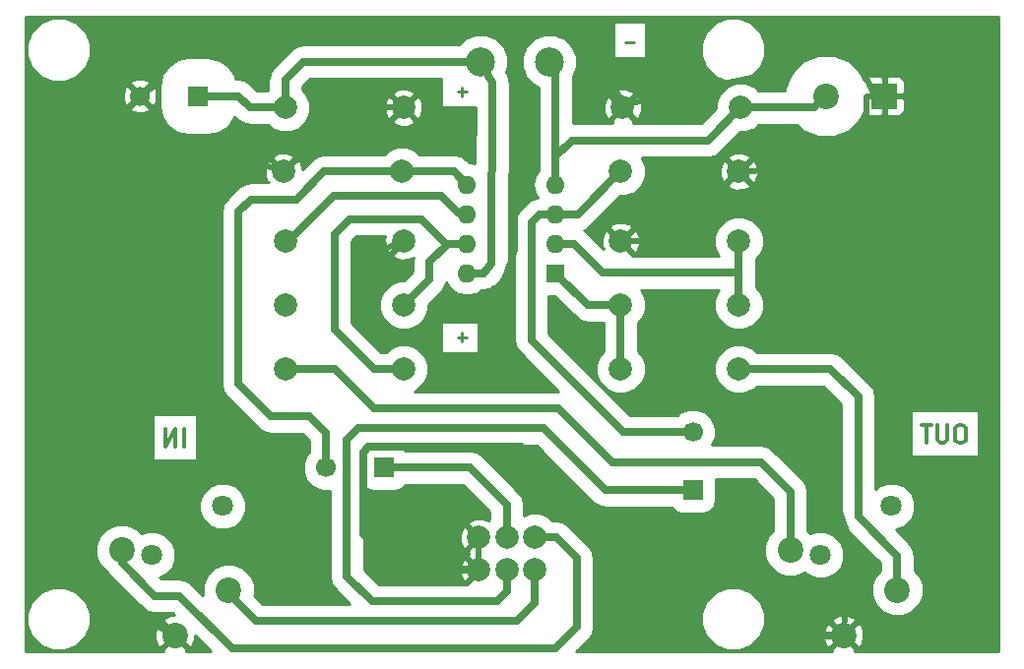
<source format=gbr>
G04 #@! TF.FileFunction,Copper,L2,Bot,Signal*
%FSLAX46Y46*%
G04 Gerber Fmt 4.6, Leading zero omitted, Abs format (unit mm)*
G04 Created by KiCad (PCBNEW 4.0.2-stable) date 13.01.2017 11:43:55*
%MOMM*%
G01*
G04 APERTURE LIST*
%ADD10C,0.100000*%
%ADD11C,0.250000*%
%ADD12C,0.300000*%
%ADD13C,2.499360*%
%ADD14C,2.200000*%
%ADD15R,2.200000X2.200000*%
%ADD16C,1.998980*%
%ADD17C,1.700000*%
%ADD18R,1.700000X1.700000*%
%ADD19C,1.800000*%
%ADD20C,2.000000*%
%ADD21R,1.600000X1.600000*%
%ADD22O,1.600000X1.600000*%
%ADD23C,0.700000*%
%ADD24C,0.500000*%
%ADD25C,0.254000*%
G04 APERTURE END LIST*
D10*
D11*
X162005952Y-74871429D02*
X161244047Y-74871429D01*
D12*
X123285714Y-109678571D02*
X123285714Y-108178571D01*
X122571428Y-109678571D02*
X122571428Y-108178571D01*
X121714285Y-109678571D01*
X121714285Y-108178571D01*
X190200000Y-107853571D02*
X189914286Y-107853571D01*
X189771428Y-107925000D01*
X189628571Y-108067857D01*
X189557143Y-108353571D01*
X189557143Y-108853571D01*
X189628571Y-109139286D01*
X189771428Y-109282143D01*
X189914286Y-109353571D01*
X190200000Y-109353571D01*
X190342857Y-109282143D01*
X190485714Y-109139286D01*
X190557143Y-108853571D01*
X190557143Y-108353571D01*
X190485714Y-108067857D01*
X190342857Y-107925000D01*
X190200000Y-107853571D01*
X188914285Y-107853571D02*
X188914285Y-109067857D01*
X188842857Y-109210714D01*
X188771428Y-109282143D01*
X188628571Y-109353571D01*
X188342857Y-109353571D01*
X188199999Y-109282143D01*
X188128571Y-109210714D01*
X188057142Y-109067857D01*
X188057142Y-107853571D01*
X187557142Y-107853571D02*
X186699999Y-107853571D01*
X187128570Y-109353571D02*
X187128570Y-107853571D01*
D11*
X147196429Y-99894048D02*
X147196429Y-100655953D01*
X147577381Y-100275001D02*
X146815476Y-100275001D01*
X147196429Y-78744048D02*
X147196429Y-79505953D01*
X147577381Y-79125001D02*
X146815476Y-79125001D01*
D13*
X148775000Y-76550000D03*
X154675000Y-76550000D03*
D14*
X178500000Y-79500000D03*
D15*
X183500000Y-79500000D03*
D16*
X142000000Y-86000000D03*
X131840000Y-86000000D03*
X132000000Y-103000000D03*
X142160000Y-103000000D03*
X171000000Y-103000000D03*
X160840000Y-103000000D03*
X132000000Y-97500000D03*
X142160000Y-97500000D03*
X171000000Y-97500000D03*
X160840000Y-97500000D03*
X132000000Y-92000000D03*
X142160000Y-92000000D03*
X171000000Y-92000000D03*
X160840000Y-92000000D03*
X132000000Y-80500000D03*
X142160000Y-80500000D03*
D17*
X119500000Y-79500000D03*
D18*
X124500000Y-79500000D03*
X167025000Y-113425000D03*
D17*
X167025000Y-108425000D03*
D18*
X140500000Y-111500000D03*
D17*
X135500000Y-111500000D03*
D14*
X122500000Y-125900000D03*
X127120000Y-122000000D03*
X117920000Y-118600000D03*
D19*
X120520000Y-119000000D03*
X126610000Y-114800000D03*
D16*
X161000000Y-80500000D03*
X171160000Y-80500000D03*
X171000000Y-86000000D03*
X160840000Y-86000000D03*
D20*
X148650000Y-117500000D03*
X151050000Y-117500000D03*
X153450000Y-117500000D03*
X151050000Y-120300000D03*
X148650000Y-120300000D03*
X153450000Y-120300000D03*
D21*
X155250000Y-94750000D03*
D22*
X147630000Y-87130000D03*
X155250000Y-92210000D03*
X147630000Y-89670000D03*
X155250000Y-89670000D03*
X147630000Y-92210000D03*
X155250000Y-87130000D03*
X147630000Y-94750000D03*
D14*
X180000000Y-125900000D03*
X184620000Y-122000000D03*
X175420000Y-118600000D03*
D19*
X178020000Y-119000000D03*
X184110000Y-114800000D03*
D23*
X132000000Y-80500000D02*
X128925000Y-80500000D01*
X127925000Y-79500000D02*
X124500000Y-79500000D01*
X128925000Y-80500000D02*
X127925000Y-79500000D01*
X148775000Y-76550000D02*
X133525000Y-76550000D01*
X132000000Y-78075000D02*
X132000000Y-80500000D01*
X133525000Y-76550000D02*
X132000000Y-78075000D01*
X147630000Y-94750000D02*
X149050000Y-94750000D01*
X149800000Y-78325000D02*
X148775000Y-76550000D01*
X149725000Y-93950000D02*
X149800000Y-78325000D01*
X149050000Y-94750000D02*
X149725000Y-93950000D01*
X155250000Y-87130000D02*
X155250000Y-77125000D01*
X155250000Y-77125000D02*
X154675000Y-76550000D01*
X171160000Y-80500000D02*
X177500000Y-80500000D01*
X177500000Y-80500000D02*
X178500000Y-79500000D01*
X155250000Y-87130000D02*
X155250000Y-84700000D01*
X168335000Y-83325000D02*
X171160000Y-80500000D01*
X156625000Y-83325000D02*
X168335000Y-83325000D01*
X155250000Y-84700000D02*
X156625000Y-83325000D01*
X148650000Y-120300000D02*
X141750000Y-120300000D01*
X178250000Y-125900000D02*
X180000000Y-125900000D01*
X169850000Y-117500000D02*
X178250000Y-125900000D01*
X160025000Y-117500000D02*
X169850000Y-117500000D01*
X152225000Y-109700000D02*
X160025000Y-117500000D01*
X139125000Y-109700000D02*
X152225000Y-109700000D01*
X138675000Y-110150000D02*
X139125000Y-109700000D01*
X138675000Y-117225000D02*
X138675000Y-110150000D01*
X141750000Y-120300000D02*
X138675000Y-117225000D01*
D24*
X117474365Y-123212515D02*
X117399947Y-123161663D01*
X114225000Y-84775000D02*
X119500000Y-79500000D01*
X114175420Y-120275210D02*
X114225000Y-84775000D01*
X117399947Y-123161663D02*
X114175420Y-120275210D01*
X117477621Y-123212515D02*
X117474365Y-123212515D01*
X117474365Y-123212515D02*
X117324020Y-123212515D01*
X117324020Y-123212515D02*
X122500000Y-125900000D01*
X165000000Y-92000000D02*
X160840000Y-92000000D01*
X171000000Y-86000000D02*
X165000000Y-92000000D01*
X137340000Y-80500000D02*
X142160000Y-80500000D01*
X131840000Y-86000000D02*
X137340000Y-80500000D01*
X148650000Y-120300000D02*
X148650000Y-117500000D01*
X182650000Y-79550000D02*
X182749900Y-79500000D01*
X182749900Y-79500000D02*
X181999700Y-79500000D01*
X173350000Y-77675000D02*
X161315600Y-80184400D01*
X180375000Y-74700000D02*
X173350000Y-77675000D01*
X182749900Y-79500000D02*
X180375000Y-74700000D01*
X161315600Y-80184400D02*
X161000000Y-80500000D01*
X117477621Y-123212515D02*
X117276937Y-123215432D01*
X180359231Y-117230562D02*
X180000000Y-125900000D01*
X173900000Y-85875000D02*
X173450000Y-99925000D01*
X173450000Y-99925000D02*
X164675000Y-101200000D01*
X164675000Y-101200000D02*
X168550000Y-105975000D01*
X168550000Y-105975000D02*
X176750000Y-106900000D01*
X176750000Y-106900000D02*
X180359231Y-117230562D01*
X181999700Y-79500000D02*
X181950000Y-86450000D01*
X173900000Y-85875000D02*
X171000000Y-86000000D01*
X153150000Y-72850000D02*
X151725000Y-73200000D01*
X155400000Y-73050000D02*
X153150000Y-72850000D01*
X161315600Y-80184400D02*
X155400000Y-73050000D01*
X139125000Y-93250000D02*
X142160000Y-92000000D01*
X138950000Y-97975000D02*
X139125000Y-93250000D01*
X141425000Y-100500000D02*
X138950000Y-97975000D01*
X150575000Y-95925000D02*
X141425000Y-100500000D01*
X151750100Y-92752700D02*
X150575000Y-95925000D01*
X151725000Y-73200000D02*
X151750100Y-92752700D01*
X121250000Y-73250000D02*
X121125000Y-78400000D01*
X149475000Y-72925000D02*
X121250000Y-73250000D01*
X151725000Y-73200000D02*
X149475000Y-72925000D01*
X121097100Y-78372100D02*
X121125000Y-78400000D01*
X119500000Y-79500000D02*
X121097100Y-78372100D01*
X121150000Y-82750000D02*
X131840000Y-86000000D01*
X121125000Y-78400000D02*
X121150000Y-82750000D01*
X181950000Y-86450000D02*
X173900000Y-85875000D01*
D23*
X171000000Y-97500000D02*
X171000000Y-94700000D01*
X155250000Y-92210000D02*
X156785000Y-92210000D01*
X171000000Y-94700000D02*
X171000000Y-92000000D01*
X170975000Y-94725000D02*
X171000000Y-94700000D01*
X159300000Y-94725000D02*
X170975000Y-94725000D01*
X156785000Y-92210000D02*
X159300000Y-94725000D01*
X132000000Y-92000000D02*
X132275000Y-92000000D01*
X132275000Y-92000000D02*
X136150000Y-88125000D01*
X136150000Y-88125000D02*
X145425000Y-88125000D01*
X145425000Y-88125000D02*
X146825000Y-89525000D01*
X160840000Y-97500000D02*
X158000000Y-97500000D01*
X158000000Y-97500000D02*
X155250000Y-94750000D01*
X160840000Y-103000000D02*
X160840000Y-97500000D01*
X167025000Y-113425000D02*
X159500000Y-113425000D01*
X151050000Y-122125000D02*
X151050000Y-120300000D01*
X150200000Y-122975000D02*
X151050000Y-122125000D01*
X139425000Y-122975000D02*
X150200000Y-122975000D01*
X137300000Y-120850000D02*
X139425000Y-122975000D01*
X137300000Y-109075000D02*
X137300000Y-120850000D01*
X138275000Y-108100000D02*
X137300000Y-109075000D01*
X154175000Y-108100000D02*
X138275000Y-108100000D01*
X159500000Y-113425000D02*
X154175000Y-108100000D01*
X155250000Y-89670000D02*
X157170000Y-89670000D01*
X157170000Y-89670000D02*
X160840000Y-86000000D01*
X167025000Y-108425000D02*
X161050000Y-108425000D01*
X153855000Y-89670000D02*
X155250000Y-89670000D01*
X153175000Y-90350000D02*
X153855000Y-89670000D01*
X153175000Y-100550000D02*
X153175000Y-90350000D01*
X161050000Y-108425000D02*
X153175000Y-100550000D01*
X151050000Y-117500000D02*
X151050000Y-114675000D01*
X147875000Y-111500000D02*
X140500000Y-111500000D01*
X151050000Y-114675000D02*
X147875000Y-111500000D01*
X142000000Y-86000000D02*
X146500000Y-86000000D01*
X146500000Y-86000000D02*
X147630000Y-87130000D01*
X142000000Y-86000000D02*
X135350000Y-86000000D01*
X135500000Y-108525000D02*
X135500000Y-111500000D01*
X134050000Y-107075000D02*
X135500000Y-108525000D01*
X130750000Y-107075000D02*
X134050000Y-107075000D01*
X127975000Y-104300000D02*
X130750000Y-107075000D01*
X127975000Y-89450000D02*
X127975000Y-104300000D01*
X129025000Y-88400000D02*
X127975000Y-89450000D01*
X132950000Y-88400000D02*
X129025000Y-88400000D01*
X135350000Y-86000000D02*
X132950000Y-88400000D01*
D24*
X142000000Y-86000000D02*
X142000000Y-86000100D01*
D23*
X184620000Y-122000000D02*
X184620000Y-119070000D01*
X178875000Y-103000000D02*
X171000000Y-103000000D01*
X181275000Y-105400000D02*
X178875000Y-103000000D01*
X181275000Y-115725000D02*
X181275000Y-105400000D01*
X184620000Y-119070000D02*
X181275000Y-115725000D01*
X132000000Y-103000000D02*
X136250000Y-103000000D01*
X175420000Y-113545000D02*
X175420000Y-118600000D01*
X172900000Y-111025000D02*
X175420000Y-113545000D01*
X160100000Y-111025000D02*
X172900000Y-111025000D01*
X155475000Y-106400000D02*
X160100000Y-111025000D01*
X139650000Y-106400000D02*
X155475000Y-106400000D01*
X136250000Y-103000000D02*
X139650000Y-106400000D01*
X147630000Y-92210000D02*
X145990000Y-92210000D01*
X144400000Y-95260000D02*
X142160000Y-97500000D01*
X144400000Y-93800000D02*
X144400000Y-95260000D01*
X145990000Y-92210000D02*
X144400000Y-93800000D01*
X142160000Y-103000000D02*
X139650000Y-103000000D01*
X145785000Y-92210000D02*
X147630000Y-92210000D01*
X143675000Y-90100000D02*
X145785000Y-92210000D01*
X137525000Y-90100000D02*
X143675000Y-90100000D01*
X136250000Y-91375000D02*
X137525000Y-90100000D01*
X136250000Y-99600000D02*
X136250000Y-91375000D01*
X139650000Y-103000000D02*
X136250000Y-99600000D01*
D24*
X146904900Y-92210000D02*
X147630000Y-92210000D01*
D23*
X127120000Y-122000000D02*
X127120000Y-122320000D01*
X127120000Y-122320000D02*
X129475000Y-124675000D01*
X129475000Y-124675000D02*
X151900000Y-124675000D01*
X151900000Y-124675000D02*
X153450000Y-123125000D01*
X153450000Y-123125000D02*
X153450000Y-120300000D01*
X117920000Y-118600000D02*
X117920000Y-119695000D01*
X117920000Y-119695000D02*
X120750000Y-122525000D01*
X120750000Y-122525000D02*
X122875000Y-122525000D01*
X122875000Y-122525000D02*
X127425000Y-127075000D01*
X127425000Y-127075000D02*
X155175000Y-127075000D01*
X155175000Y-127075000D02*
X157050000Y-125200000D01*
X157050000Y-125200000D02*
X157050000Y-119275000D01*
X157050000Y-119275000D02*
X155275000Y-117500000D01*
X155275000Y-117500000D02*
X153450000Y-117500000D01*
D25*
G36*
X193315000Y-127315000D02*
X180969202Y-127315000D01*
X181045263Y-127124868D01*
X180000000Y-126079605D01*
X178954737Y-127124868D01*
X179030798Y-127315000D01*
X157023794Y-127315000D01*
X158094394Y-126244399D01*
X158094397Y-126244397D01*
X158414570Y-125765223D01*
X158527000Y-125200000D01*
X158527000Y-125040054D01*
X167772528Y-125040054D01*
X168186814Y-126042703D01*
X168953262Y-126810490D01*
X169955186Y-127226526D01*
X171040054Y-127227472D01*
X172042703Y-126813186D01*
X172810490Y-126046738D01*
X172991178Y-125611593D01*
X178254677Y-125611593D01*
X178277164Y-126301453D01*
X178497901Y-126834359D01*
X178775132Y-126945263D01*
X179820395Y-125900000D01*
X180179605Y-125900000D01*
X181224868Y-126945263D01*
X181502099Y-126834359D01*
X181745323Y-126188407D01*
X181722836Y-125498547D01*
X181502099Y-124965641D01*
X181224868Y-124854737D01*
X180179605Y-125900000D01*
X179820395Y-125900000D01*
X178775132Y-124854737D01*
X178497901Y-124965641D01*
X178254677Y-125611593D01*
X172991178Y-125611593D01*
X173226526Y-125044814D01*
X173226848Y-124675132D01*
X178954737Y-124675132D01*
X180000000Y-125720395D01*
X181045263Y-124675132D01*
X180934359Y-124397901D01*
X180288407Y-124154677D01*
X179598547Y-124177164D01*
X179065641Y-124397901D01*
X178954737Y-124675132D01*
X173226848Y-124675132D01*
X173227472Y-123959946D01*
X172813186Y-122957297D01*
X172046738Y-122189510D01*
X171044814Y-121773474D01*
X169959946Y-121772528D01*
X168957297Y-122186814D01*
X168189510Y-122953262D01*
X167773474Y-123955186D01*
X167772528Y-125040054D01*
X158527000Y-125040054D01*
X158527000Y-119275000D01*
X158456264Y-118919387D01*
X158414570Y-118709776D01*
X158094397Y-118230603D01*
X156319397Y-116455603D01*
X155840224Y-116135430D01*
X155275000Y-116023000D01*
X154980986Y-116023000D01*
X154656422Y-115697869D01*
X153874943Y-115373370D01*
X153028770Y-115372632D01*
X152527000Y-115579959D01*
X152527000Y-114675000D01*
X152414570Y-114109776D01*
X152094397Y-113630603D01*
X148919397Y-110455603D01*
X148440224Y-110135430D01*
X147875000Y-110023000D01*
X142285776Y-110023000D01*
X142173669Y-109848781D01*
X141797056Y-109591452D01*
X141725690Y-109577000D01*
X153563206Y-109577000D01*
X158455603Y-114469397D01*
X158934776Y-114789570D01*
X159500000Y-114902000D01*
X165239224Y-114902000D01*
X165351331Y-115076219D01*
X165727944Y-115333548D01*
X166175000Y-115424079D01*
X167875000Y-115424079D01*
X168292641Y-115345494D01*
X168676219Y-115098669D01*
X168933548Y-114722056D01*
X169024079Y-114275000D01*
X169024079Y-112575000D01*
X169010343Y-112502000D01*
X172288206Y-112502000D01*
X173943000Y-114156794D01*
X173943000Y-116927715D01*
X173533142Y-117336858D01*
X173193387Y-118155079D01*
X173192614Y-119041034D01*
X173530940Y-119859846D01*
X174156858Y-120486858D01*
X174975079Y-120826613D01*
X175861034Y-120827386D01*
X176653300Y-120500028D01*
X176870298Y-120717405D01*
X177615036Y-121026647D01*
X178421426Y-121027351D01*
X179166703Y-120719409D01*
X179737405Y-120149702D01*
X180046647Y-119404964D01*
X180047351Y-118598574D01*
X179739409Y-117853297D01*
X179169702Y-117282595D01*
X178424964Y-116973353D01*
X177618574Y-116972649D01*
X177139712Y-117170510D01*
X176897000Y-116927374D01*
X176897000Y-113545000D01*
X176883406Y-113476656D01*
X176784570Y-112979776D01*
X176464397Y-112500603D01*
X173944397Y-109980603D01*
X173465224Y-109660430D01*
X172900000Y-109548000D01*
X168698382Y-109548000D01*
X168700042Y-109546343D01*
X169001656Y-108819975D01*
X169002343Y-108033476D01*
X168701997Y-107306582D01*
X168146343Y-106749958D01*
X167419975Y-106448344D01*
X166633476Y-106447657D01*
X165906582Y-106748003D01*
X165706236Y-106948000D01*
X161661794Y-106948000D01*
X154652000Y-99938206D01*
X154652000Y-96699079D01*
X155110285Y-96699079D01*
X156955603Y-98544397D01*
X157434776Y-98864570D01*
X158000000Y-98977000D01*
X159309735Y-98977000D01*
X159363000Y-99030358D01*
X159363000Y-101469735D01*
X159038301Y-101793868D01*
X158713880Y-102575159D01*
X158713142Y-103421129D01*
X159036199Y-104202986D01*
X159633868Y-104801699D01*
X160415159Y-105126120D01*
X161261129Y-105126858D01*
X162042986Y-104803801D01*
X162641699Y-104206132D01*
X162966120Y-103424841D01*
X162966123Y-103421129D01*
X168873142Y-103421129D01*
X169196199Y-104202986D01*
X169793868Y-104801699D01*
X170575159Y-105126120D01*
X171421129Y-105126858D01*
X172202986Y-104803801D01*
X172530358Y-104477000D01*
X178263206Y-104477000D01*
X179798000Y-106011793D01*
X179798000Y-115725000D01*
X179910430Y-116290224D01*
X180230603Y-116769397D01*
X183143000Y-119681793D01*
X183143000Y-120327715D01*
X182733142Y-120736858D01*
X182393387Y-121555079D01*
X182392614Y-122441034D01*
X182730940Y-123259846D01*
X183356858Y-123886858D01*
X184175079Y-124226613D01*
X185061034Y-124227386D01*
X185879846Y-123889060D01*
X186506858Y-123263142D01*
X186846613Y-122444921D01*
X186847386Y-121558966D01*
X186509060Y-120740154D01*
X186097000Y-120327374D01*
X186097000Y-119070000D01*
X185984570Y-118504777D01*
X185664397Y-118025603D01*
X185664394Y-118025601D01*
X184466105Y-116827311D01*
X184511426Y-116827351D01*
X185256703Y-116519409D01*
X185827405Y-115949702D01*
X186136647Y-115204964D01*
X186137351Y-114398574D01*
X185829409Y-113653297D01*
X185259702Y-113082595D01*
X184514964Y-112773353D01*
X183708574Y-112772649D01*
X182963297Y-113080591D01*
X182752000Y-113291520D01*
X182752000Y-106540000D01*
X185772143Y-106540000D01*
X185772143Y-110510000D01*
X191627858Y-110510000D01*
X191627858Y-106540000D01*
X185772143Y-106540000D01*
X182752000Y-106540000D01*
X182752000Y-105400005D01*
X182752001Y-105400000D01*
X182639570Y-104834777D01*
X182617468Y-104801699D01*
X182319397Y-104355603D01*
X182319394Y-104355601D01*
X179919397Y-101955603D01*
X179440224Y-101635430D01*
X178875000Y-101523000D01*
X172530265Y-101523000D01*
X172206132Y-101198301D01*
X171424841Y-100873880D01*
X170578871Y-100873142D01*
X169797014Y-101196199D01*
X169198301Y-101793868D01*
X168873880Y-102575159D01*
X168873142Y-103421129D01*
X162966123Y-103421129D01*
X162966858Y-102578871D01*
X162643801Y-101797014D01*
X162317000Y-101469642D01*
X162317000Y-99030265D01*
X162641699Y-98706132D01*
X162966120Y-97924841D01*
X162966858Y-97078871D01*
X162643801Y-96297014D01*
X162548953Y-96202000D01*
X169290329Y-96202000D01*
X169198301Y-96293868D01*
X168873880Y-97075159D01*
X168873142Y-97921129D01*
X169196199Y-98702986D01*
X169793868Y-99301699D01*
X170575159Y-99626120D01*
X171421129Y-99626858D01*
X172202986Y-99303801D01*
X172801699Y-98706132D01*
X173126120Y-97924841D01*
X173126858Y-97078871D01*
X172803801Y-96297014D01*
X172477000Y-95969642D01*
X172477000Y-93530265D01*
X172801699Y-93206132D01*
X173126120Y-92424841D01*
X173126858Y-91578871D01*
X172803801Y-90797014D01*
X172206132Y-90198301D01*
X171424841Y-89873880D01*
X170578871Y-89873142D01*
X169797014Y-90196199D01*
X169198301Y-90793868D01*
X168873880Y-91575159D01*
X168873142Y-92421129D01*
X169196199Y-93202986D01*
X169241135Y-93248000D01*
X161777140Y-93248000D01*
X161812557Y-93152163D01*
X160840000Y-92179605D01*
X160825858Y-92193748D01*
X160646252Y-92014142D01*
X160660395Y-92000000D01*
X161019605Y-92000000D01*
X161992163Y-92972557D01*
X162258965Y-92873958D01*
X162485401Y-92264418D01*
X162461341Y-91614623D01*
X162258965Y-91126042D01*
X161992163Y-91027443D01*
X161019605Y-92000000D01*
X160660395Y-92000000D01*
X159687837Y-91027443D01*
X159421035Y-91126042D01*
X159194599Y-91735582D01*
X159218659Y-92385377D01*
X159338504Y-92674710D01*
X157829397Y-91165603D01*
X157656676Y-91050194D01*
X157735224Y-91034570D01*
X158014689Y-90847837D01*
X159867443Y-90847837D01*
X160840000Y-91820395D01*
X161812557Y-90847837D01*
X161713958Y-90581035D01*
X161104418Y-90354599D01*
X160454623Y-90378659D01*
X159966042Y-90581035D01*
X159867443Y-90847837D01*
X158014689Y-90847837D01*
X158214397Y-90714397D01*
X160802336Y-88126458D01*
X161261129Y-88126858D01*
X162042986Y-87803801D01*
X162641699Y-87206132D01*
X162664108Y-87152163D01*
X170027443Y-87152163D01*
X170126042Y-87418965D01*
X170735582Y-87645401D01*
X171385377Y-87621341D01*
X171873958Y-87418965D01*
X171972557Y-87152163D01*
X171000000Y-86179605D01*
X170027443Y-87152163D01*
X162664108Y-87152163D01*
X162966120Y-86424841D01*
X162966721Y-85735582D01*
X169354599Y-85735582D01*
X169378659Y-86385377D01*
X169581035Y-86873958D01*
X169847837Y-86972557D01*
X170820395Y-86000000D01*
X171179605Y-86000000D01*
X172152163Y-86972557D01*
X172418965Y-86873958D01*
X172645401Y-86264418D01*
X172621341Y-85614623D01*
X172418965Y-85126042D01*
X172152163Y-85027443D01*
X171179605Y-86000000D01*
X170820395Y-86000000D01*
X169847837Y-85027443D01*
X169581035Y-85126042D01*
X169354599Y-85735582D01*
X162966721Y-85735582D01*
X162966858Y-85578871D01*
X162664801Y-84847837D01*
X170027443Y-84847837D01*
X171000000Y-85820395D01*
X171972557Y-84847837D01*
X171873958Y-84581035D01*
X171264418Y-84354599D01*
X170614623Y-84378659D01*
X170126042Y-84581035D01*
X170027443Y-84847837D01*
X162664801Y-84847837D01*
X162645861Y-84802000D01*
X168335000Y-84802000D01*
X168900224Y-84689570D01*
X169379397Y-84369397D01*
X171122336Y-82626458D01*
X171581129Y-82626858D01*
X172362986Y-82303801D01*
X172690358Y-81977000D01*
X175989096Y-81977000D01*
X176499506Y-82488302D01*
X177795358Y-83026386D01*
X179198486Y-83027611D01*
X180495275Y-82491789D01*
X181488302Y-81500494D01*
X181787358Y-80780287D01*
X181861673Y-80959699D01*
X182040302Y-81138327D01*
X182273691Y-81235000D01*
X183214250Y-81235000D01*
X183373000Y-81076250D01*
X183373000Y-79627000D01*
X183627000Y-79627000D01*
X183627000Y-81076250D01*
X183785750Y-81235000D01*
X184726309Y-81235000D01*
X184959698Y-81138327D01*
X185138327Y-80959699D01*
X185235000Y-80726310D01*
X185235000Y-79785750D01*
X185076250Y-79627000D01*
X183627000Y-79627000D01*
X183373000Y-79627000D01*
X183353000Y-79627000D01*
X183353000Y-79373000D01*
X183373000Y-79373000D01*
X183373000Y-77923750D01*
X183627000Y-77923750D01*
X183627000Y-79373000D01*
X185076250Y-79373000D01*
X185235000Y-79214250D01*
X185235000Y-78273690D01*
X185138327Y-78040301D01*
X184959698Y-77861673D01*
X184726309Y-77765000D01*
X183785750Y-77765000D01*
X183627000Y-77923750D01*
X183373000Y-77923750D01*
X183214250Y-77765000D01*
X182273691Y-77765000D01*
X182040302Y-77861673D01*
X181861673Y-78040301D01*
X181787287Y-78219885D01*
X181491789Y-77504725D01*
X180500494Y-76511698D01*
X179204642Y-75973614D01*
X177801514Y-75972389D01*
X176504725Y-76508211D01*
X175511698Y-77499506D01*
X174973614Y-78795358D01*
X174973415Y-79023000D01*
X172690265Y-79023000D01*
X172366132Y-78698301D01*
X171584841Y-78373880D01*
X170738871Y-78373142D01*
X169957014Y-78696199D01*
X169358301Y-79293868D01*
X169033880Y-80075159D01*
X169033476Y-80537730D01*
X167723206Y-81848000D01*
X161900184Y-81848000D01*
X161972557Y-81652163D01*
X161000000Y-80679605D01*
X160027443Y-81652163D01*
X160099816Y-81848000D01*
X156727000Y-81848000D01*
X156727000Y-80235582D01*
X159354599Y-80235582D01*
X159378659Y-80885377D01*
X159581035Y-81373958D01*
X159847837Y-81472557D01*
X160820395Y-80500000D01*
X161179605Y-80500000D01*
X162152163Y-81472557D01*
X162418965Y-81373958D01*
X162645401Y-80764418D01*
X162621341Y-80114623D01*
X162418965Y-79626042D01*
X162152163Y-79527443D01*
X161179605Y-80500000D01*
X160820395Y-80500000D01*
X159847837Y-79527443D01*
X159581035Y-79626042D01*
X159354599Y-80235582D01*
X156727000Y-80235582D01*
X156727000Y-79347837D01*
X160027443Y-79347837D01*
X161000000Y-80320395D01*
X161972557Y-79347837D01*
X161873958Y-79081035D01*
X161264418Y-78854599D01*
X160614623Y-78878659D01*
X160126042Y-79081035D01*
X160027443Y-79347837D01*
X156727000Y-79347837D01*
X156727000Y-77805745D01*
X157051267Y-77024825D01*
X157052092Y-76079323D01*
X156691026Y-75205478D01*
X156023039Y-74536324D01*
X155149825Y-74173733D01*
X154204323Y-74172908D01*
X153330478Y-74533974D01*
X152661324Y-75201961D01*
X152298733Y-76075175D01*
X152297908Y-77020677D01*
X152658974Y-77894522D01*
X153326961Y-78563676D01*
X153773000Y-78748888D01*
X153773000Y-85882124D01*
X153431932Y-86392569D01*
X153285248Y-87130000D01*
X153431932Y-87867431D01*
X153673582Y-88229086D01*
X153289776Y-88305430D01*
X152810603Y-88625603D01*
X152130603Y-89305603D01*
X151810430Y-89784776D01*
X151765545Y-90010430D01*
X151698000Y-90350000D01*
X151698000Y-100550000D01*
X151810430Y-101115224D01*
X152130603Y-101594397D01*
X155459206Y-104923000D01*
X143074503Y-104923000D01*
X143362986Y-104803801D01*
X143961699Y-104206132D01*
X144286120Y-103424841D01*
X144286858Y-102578871D01*
X143963801Y-101797014D01*
X143366132Y-101198301D01*
X142584841Y-100873880D01*
X141738871Y-100873142D01*
X140957014Y-101196199D01*
X140629642Y-101523000D01*
X140261794Y-101523000D01*
X137727000Y-98988206D01*
X137727000Y-91986794D01*
X138136794Y-91577000D01*
X140573510Y-91577000D01*
X140514599Y-91735582D01*
X140538659Y-92385377D01*
X140741035Y-92873958D01*
X141007837Y-92972557D01*
X141980395Y-92000000D01*
X141966253Y-91985858D01*
X142145858Y-91806253D01*
X142160000Y-91820395D01*
X142174143Y-91806253D01*
X142353748Y-91985858D01*
X142339605Y-92000000D01*
X142353748Y-92014142D01*
X142174142Y-92193748D01*
X142160000Y-92179605D01*
X141187443Y-93152163D01*
X141286042Y-93418965D01*
X141895582Y-93645401D01*
X142545377Y-93621341D01*
X142995635Y-93434839D01*
X142953752Y-93645401D01*
X142923000Y-93800000D01*
X142923000Y-94648207D01*
X142197664Y-95373542D01*
X141738871Y-95373142D01*
X140957014Y-95696199D01*
X140358301Y-96293868D01*
X140033880Y-97075159D01*
X140033142Y-97921129D01*
X140356199Y-98702986D01*
X140953868Y-99301699D01*
X141735159Y-99626120D01*
X142581129Y-99626858D01*
X143362986Y-99303801D01*
X143771547Y-98895952D01*
X145415000Y-98895952D01*
X145415000Y-101654047D01*
X148585000Y-101654047D01*
X148585000Y-98895952D01*
X145415000Y-98895952D01*
X143771547Y-98895952D01*
X143961699Y-98706132D01*
X144286120Y-97924841D01*
X144286524Y-97462270D01*
X145444394Y-96304399D01*
X145444397Y-96304397D01*
X145764570Y-95825223D01*
X145827212Y-95510300D01*
X146229653Y-96112595D01*
X146854817Y-96530316D01*
X147592248Y-96677000D01*
X147667752Y-96677000D01*
X148405183Y-96530316D01*
X148859128Y-96227000D01*
X149050000Y-96227000D01*
X149111950Y-96214677D01*
X149174722Y-96221725D01*
X149392709Y-96158831D01*
X149615223Y-96114570D01*
X149667743Y-96079477D01*
X149728433Y-96061967D01*
X149905754Y-95920444D01*
X150094397Y-95794397D01*
X150129490Y-95741876D01*
X150178859Y-95702474D01*
X150853858Y-94902474D01*
X150961839Y-94706916D01*
X151086841Y-94521766D01*
X151100172Y-94456387D01*
X151132425Y-94397976D01*
X151157350Y-94175978D01*
X151201983Y-93957090D01*
X151276983Y-78332090D01*
X151257748Y-78232904D01*
X151264347Y-78132087D01*
X151203372Y-77952511D01*
X151167267Y-77766333D01*
X151111540Y-77682059D01*
X151079056Y-77586390D01*
X150985417Y-77424235D01*
X151151267Y-77024825D01*
X151152092Y-76079323D01*
X150791026Y-75205478D01*
X150123039Y-74536324D01*
X149249825Y-74173733D01*
X148304323Y-74172908D01*
X147430478Y-74533974D01*
X146890510Y-75073000D01*
X133525005Y-75073000D01*
X133525000Y-75072999D01*
X132959777Y-75185430D01*
X132480603Y-75505603D01*
X132480601Y-75505606D01*
X130955603Y-77030603D01*
X130635430Y-77509776D01*
X130537266Y-78003282D01*
X130523000Y-78075000D01*
X130523000Y-78969735D01*
X130469642Y-79023000D01*
X129536793Y-79023000D01*
X128969397Y-78455603D01*
X128490224Y-78135430D01*
X127925000Y-78023000D01*
X127706569Y-78023000D01*
X127655315Y-77750608D01*
X127123775Y-76924571D01*
X126312737Y-76370412D01*
X125350000Y-76175453D01*
X123650000Y-76175453D01*
X122750608Y-76344685D01*
X121924571Y-76876225D01*
X121370412Y-77687263D01*
X121175453Y-78650000D01*
X121175453Y-80350000D01*
X121344685Y-81249392D01*
X121876225Y-82075429D01*
X122687263Y-82629588D01*
X123650000Y-82824547D01*
X125350000Y-82824547D01*
X126249392Y-82655315D01*
X127075429Y-82123775D01*
X127629588Y-81312737D01*
X127632848Y-81296641D01*
X127880601Y-81544394D01*
X127880603Y-81544397D01*
X128334977Y-81847999D01*
X128359777Y-81864570D01*
X128925000Y-81977001D01*
X128925005Y-81977000D01*
X130469735Y-81977000D01*
X130793868Y-82301699D01*
X131575159Y-82626120D01*
X132421129Y-82626858D01*
X133202986Y-82303801D01*
X133801699Y-81706132D01*
X133824108Y-81652163D01*
X141187443Y-81652163D01*
X141286042Y-81918965D01*
X141895582Y-82145401D01*
X142545377Y-82121341D01*
X143033958Y-81918965D01*
X143132557Y-81652163D01*
X142160000Y-80679605D01*
X141187443Y-81652163D01*
X133824108Y-81652163D01*
X134126120Y-80924841D01*
X134126721Y-80235582D01*
X140514599Y-80235582D01*
X140538659Y-80885377D01*
X140741035Y-81373958D01*
X141007837Y-81472557D01*
X141980395Y-80500000D01*
X142339605Y-80500000D01*
X143312163Y-81472557D01*
X143578965Y-81373958D01*
X143805401Y-80764418D01*
X143781341Y-80114623D01*
X143578965Y-79626042D01*
X143312163Y-79527443D01*
X142339605Y-80500000D01*
X141980395Y-80500000D01*
X141007837Y-79527443D01*
X140741035Y-79626042D01*
X140514599Y-80235582D01*
X134126721Y-80235582D01*
X134126858Y-80078871D01*
X133824801Y-79347837D01*
X141187443Y-79347837D01*
X142160000Y-80320395D01*
X143132557Y-79347837D01*
X143033958Y-79081035D01*
X142424418Y-78854599D01*
X141774623Y-78878659D01*
X141286042Y-79081035D01*
X141187443Y-79347837D01*
X133824801Y-79347837D01*
X133803801Y-79297014D01*
X133477000Y-78969642D01*
X133477000Y-78686794D01*
X134136793Y-78027000D01*
X145415000Y-78027000D01*
X145415000Y-80504047D01*
X148312524Y-80504047D01*
X148289375Y-85326648D01*
X147822594Y-85233800D01*
X147544397Y-84955603D01*
X147065224Y-84635430D01*
X146500000Y-84523000D01*
X143530265Y-84523000D01*
X143206132Y-84198301D01*
X142424841Y-83873880D01*
X141578871Y-83873142D01*
X140797014Y-84196199D01*
X140469642Y-84523000D01*
X135350005Y-84523000D01*
X135350000Y-84522999D01*
X134784777Y-84635430D01*
X134305603Y-84955603D01*
X134305601Y-84955606D01*
X133467955Y-85793252D01*
X133461341Y-85614623D01*
X133258965Y-85126042D01*
X132992163Y-85027443D01*
X132019605Y-86000000D01*
X132033748Y-86014142D01*
X131854142Y-86193748D01*
X131840000Y-86179605D01*
X131825858Y-86193748D01*
X131646252Y-86014142D01*
X131660395Y-86000000D01*
X130687837Y-85027443D01*
X130421035Y-85126042D01*
X130194599Y-85735582D01*
X130218659Y-86385377D01*
X130421035Y-86873958D01*
X130553739Y-86923000D01*
X129025000Y-86923000D01*
X128459776Y-87035430D01*
X127980603Y-87355603D01*
X126930603Y-88405603D01*
X126610430Y-88884776D01*
X126576173Y-89057000D01*
X126498000Y-89450000D01*
X126498000Y-104300000D01*
X126610430Y-104865224D01*
X126930603Y-105344397D01*
X129705601Y-108119394D01*
X129705603Y-108119397D01*
X130162971Y-108425000D01*
X130184777Y-108439570D01*
X130750000Y-108552001D01*
X130750005Y-108552000D01*
X133438206Y-108552000D01*
X134023000Y-109136793D01*
X134023000Y-110180960D01*
X133824958Y-110378657D01*
X133523344Y-111105025D01*
X133522657Y-111891524D01*
X133823003Y-112618418D01*
X134378657Y-113175042D01*
X135105025Y-113476656D01*
X135823000Y-113477283D01*
X135823000Y-120850000D01*
X135935430Y-121415224D01*
X136255603Y-121894397D01*
X137559206Y-123198000D01*
X130086794Y-123198000D01*
X129342829Y-122454035D01*
X129346613Y-122444921D01*
X129347386Y-121558966D01*
X129009060Y-120740154D01*
X128383142Y-120113142D01*
X127564921Y-119773387D01*
X126678966Y-119772614D01*
X125860154Y-120110940D01*
X125233142Y-120736858D01*
X124893387Y-121555079D01*
X124892614Y-122441034D01*
X124901617Y-122462823D01*
X123919397Y-121480603D01*
X123440224Y-121160430D01*
X122875000Y-121048000D01*
X121361793Y-121048000D01*
X121218426Y-120904633D01*
X121666703Y-120719409D01*
X122237405Y-120149702D01*
X122546647Y-119404964D01*
X122547351Y-118598574D01*
X122239409Y-117853297D01*
X121669702Y-117282595D01*
X120924964Y-116973353D01*
X120118574Y-116972649D01*
X119639712Y-117170510D01*
X119183142Y-116713142D01*
X118364921Y-116373387D01*
X117478966Y-116372614D01*
X116660154Y-116710940D01*
X116033142Y-117336858D01*
X115693387Y-118155079D01*
X115692614Y-119041034D01*
X116030940Y-119859846D01*
X116656858Y-120486858D01*
X116726063Y-120515594D01*
X116875603Y-120739397D01*
X119705601Y-123569394D01*
X119705603Y-123569397D01*
X120184777Y-123889570D01*
X120750000Y-124002000D01*
X122263206Y-124002000D01*
X122427643Y-124166437D01*
X122098547Y-124177164D01*
X121565641Y-124397901D01*
X121454737Y-124675132D01*
X122500000Y-125720395D01*
X122514143Y-125706253D01*
X122693748Y-125885858D01*
X122679605Y-125900000D01*
X123724868Y-126945263D01*
X124002099Y-126834359D01*
X124245323Y-126188407D01*
X124238439Y-125977233D01*
X125576206Y-127315000D01*
X123469202Y-127315000D01*
X123545263Y-127124868D01*
X122500000Y-126079605D01*
X121454737Y-127124868D01*
X121530798Y-127315000D01*
X109685000Y-127315000D01*
X109685000Y-125040054D01*
X109772528Y-125040054D01*
X110186814Y-126042703D01*
X110953262Y-126810490D01*
X111955186Y-127226526D01*
X113040054Y-127227472D01*
X114042703Y-126813186D01*
X114810490Y-126046738D01*
X114991178Y-125611593D01*
X120754677Y-125611593D01*
X120777164Y-126301453D01*
X120997901Y-126834359D01*
X121275132Y-126945263D01*
X122320395Y-125900000D01*
X121275132Y-124854737D01*
X120997901Y-124965641D01*
X120754677Y-125611593D01*
X114991178Y-125611593D01*
X115226526Y-125044814D01*
X115227472Y-123959946D01*
X114813186Y-122957297D01*
X114046738Y-122189510D01*
X113044814Y-121773474D01*
X111959946Y-121772528D01*
X110957297Y-122186814D01*
X110189510Y-122953262D01*
X109773474Y-123955186D01*
X109772528Y-125040054D01*
X109685000Y-125040054D01*
X109685000Y-115201426D01*
X124582649Y-115201426D01*
X124890591Y-115946703D01*
X125460298Y-116517405D01*
X126205036Y-116826647D01*
X127011426Y-116827351D01*
X127756703Y-116519409D01*
X128327405Y-115949702D01*
X128636647Y-115204964D01*
X128637351Y-114398574D01*
X128329409Y-113653297D01*
X127759702Y-113082595D01*
X127014964Y-112773353D01*
X126208574Y-112772649D01*
X125463297Y-113080591D01*
X124892595Y-113650298D01*
X124583353Y-114395036D01*
X124582649Y-115201426D01*
X109685000Y-115201426D01*
X109685000Y-106865000D01*
X120572143Y-106865000D01*
X120572143Y-110835000D01*
X124427858Y-110835000D01*
X124427858Y-106865000D01*
X120572143Y-106865000D01*
X109685000Y-106865000D01*
X109685000Y-84847837D01*
X130867443Y-84847837D01*
X131840000Y-85820395D01*
X132812557Y-84847837D01*
X132713958Y-84581035D01*
X132104418Y-84354599D01*
X131454623Y-84378659D01*
X130966042Y-84581035D01*
X130867443Y-84847837D01*
X109685000Y-84847837D01*
X109685000Y-80543958D01*
X118635647Y-80543958D01*
X118715920Y-80795259D01*
X119271279Y-80996718D01*
X119861458Y-80970315D01*
X120284080Y-80795259D01*
X120364353Y-80543958D01*
X119500000Y-79679605D01*
X118635647Y-80543958D01*
X109685000Y-80543958D01*
X109685000Y-79271279D01*
X118003282Y-79271279D01*
X118029685Y-79861458D01*
X118204741Y-80284080D01*
X118456042Y-80364353D01*
X119320395Y-79500000D01*
X119679605Y-79500000D01*
X120543958Y-80364353D01*
X120795259Y-80284080D01*
X120996718Y-79728721D01*
X120970315Y-79138542D01*
X120795259Y-78715920D01*
X120543958Y-78635647D01*
X119679605Y-79500000D01*
X119320395Y-79500000D01*
X118456042Y-78635647D01*
X118204741Y-78715920D01*
X118003282Y-79271279D01*
X109685000Y-79271279D01*
X109685000Y-78456042D01*
X118635647Y-78456042D01*
X119500000Y-79320395D01*
X120364353Y-78456042D01*
X120284080Y-78204741D01*
X119728721Y-78003282D01*
X119138542Y-78029685D01*
X118715920Y-78204741D01*
X118635647Y-78456042D01*
X109685000Y-78456042D01*
X109685000Y-76040054D01*
X109772528Y-76040054D01*
X110186814Y-77042703D01*
X110953262Y-77810490D01*
X111955186Y-78226526D01*
X113040054Y-78227472D01*
X114042703Y-77813186D01*
X114810490Y-77046738D01*
X115226526Y-76044814D01*
X115227472Y-74959946D01*
X114813186Y-73957297D01*
X114046738Y-73189510D01*
X113807092Y-73090000D01*
X160245953Y-73090000D01*
X160245953Y-76260000D01*
X163004048Y-76260000D01*
X163004048Y-76040054D01*
X167772528Y-76040054D01*
X168186814Y-77042703D01*
X168953262Y-77810490D01*
X169955186Y-78226526D01*
X171040054Y-78227472D01*
X172042703Y-77813186D01*
X172810490Y-77046738D01*
X173226526Y-76044814D01*
X173227472Y-74959946D01*
X172813186Y-73957297D01*
X172046738Y-73189510D01*
X171044814Y-72773474D01*
X169959946Y-72772528D01*
X168957297Y-73186814D01*
X168189510Y-73953262D01*
X167773474Y-74955186D01*
X167772528Y-76040054D01*
X163004048Y-76040054D01*
X163004048Y-73090000D01*
X160245953Y-73090000D01*
X113807092Y-73090000D01*
X113044814Y-72773474D01*
X111959946Y-72772528D01*
X110957297Y-73186814D01*
X110189510Y-73953262D01*
X109773474Y-74955186D01*
X109772528Y-76040054D01*
X109685000Y-76040054D01*
X109685000Y-72685000D01*
X193315000Y-72685000D01*
X193315000Y-127315000D01*
X193315000Y-127315000D01*
G37*
X193315000Y-127315000D02*
X180969202Y-127315000D01*
X181045263Y-127124868D01*
X180000000Y-126079605D01*
X178954737Y-127124868D01*
X179030798Y-127315000D01*
X157023794Y-127315000D01*
X158094394Y-126244399D01*
X158094397Y-126244397D01*
X158414570Y-125765223D01*
X158527000Y-125200000D01*
X158527000Y-125040054D01*
X167772528Y-125040054D01*
X168186814Y-126042703D01*
X168953262Y-126810490D01*
X169955186Y-127226526D01*
X171040054Y-127227472D01*
X172042703Y-126813186D01*
X172810490Y-126046738D01*
X172991178Y-125611593D01*
X178254677Y-125611593D01*
X178277164Y-126301453D01*
X178497901Y-126834359D01*
X178775132Y-126945263D01*
X179820395Y-125900000D01*
X180179605Y-125900000D01*
X181224868Y-126945263D01*
X181502099Y-126834359D01*
X181745323Y-126188407D01*
X181722836Y-125498547D01*
X181502099Y-124965641D01*
X181224868Y-124854737D01*
X180179605Y-125900000D01*
X179820395Y-125900000D01*
X178775132Y-124854737D01*
X178497901Y-124965641D01*
X178254677Y-125611593D01*
X172991178Y-125611593D01*
X173226526Y-125044814D01*
X173226848Y-124675132D01*
X178954737Y-124675132D01*
X180000000Y-125720395D01*
X181045263Y-124675132D01*
X180934359Y-124397901D01*
X180288407Y-124154677D01*
X179598547Y-124177164D01*
X179065641Y-124397901D01*
X178954737Y-124675132D01*
X173226848Y-124675132D01*
X173227472Y-123959946D01*
X172813186Y-122957297D01*
X172046738Y-122189510D01*
X171044814Y-121773474D01*
X169959946Y-121772528D01*
X168957297Y-122186814D01*
X168189510Y-122953262D01*
X167773474Y-123955186D01*
X167772528Y-125040054D01*
X158527000Y-125040054D01*
X158527000Y-119275000D01*
X158456264Y-118919387D01*
X158414570Y-118709776D01*
X158094397Y-118230603D01*
X156319397Y-116455603D01*
X155840224Y-116135430D01*
X155275000Y-116023000D01*
X154980986Y-116023000D01*
X154656422Y-115697869D01*
X153874943Y-115373370D01*
X153028770Y-115372632D01*
X152527000Y-115579959D01*
X152527000Y-114675000D01*
X152414570Y-114109776D01*
X152094397Y-113630603D01*
X148919397Y-110455603D01*
X148440224Y-110135430D01*
X147875000Y-110023000D01*
X142285776Y-110023000D01*
X142173669Y-109848781D01*
X141797056Y-109591452D01*
X141725690Y-109577000D01*
X153563206Y-109577000D01*
X158455603Y-114469397D01*
X158934776Y-114789570D01*
X159500000Y-114902000D01*
X165239224Y-114902000D01*
X165351331Y-115076219D01*
X165727944Y-115333548D01*
X166175000Y-115424079D01*
X167875000Y-115424079D01*
X168292641Y-115345494D01*
X168676219Y-115098669D01*
X168933548Y-114722056D01*
X169024079Y-114275000D01*
X169024079Y-112575000D01*
X169010343Y-112502000D01*
X172288206Y-112502000D01*
X173943000Y-114156794D01*
X173943000Y-116927715D01*
X173533142Y-117336858D01*
X173193387Y-118155079D01*
X173192614Y-119041034D01*
X173530940Y-119859846D01*
X174156858Y-120486858D01*
X174975079Y-120826613D01*
X175861034Y-120827386D01*
X176653300Y-120500028D01*
X176870298Y-120717405D01*
X177615036Y-121026647D01*
X178421426Y-121027351D01*
X179166703Y-120719409D01*
X179737405Y-120149702D01*
X180046647Y-119404964D01*
X180047351Y-118598574D01*
X179739409Y-117853297D01*
X179169702Y-117282595D01*
X178424964Y-116973353D01*
X177618574Y-116972649D01*
X177139712Y-117170510D01*
X176897000Y-116927374D01*
X176897000Y-113545000D01*
X176883406Y-113476656D01*
X176784570Y-112979776D01*
X176464397Y-112500603D01*
X173944397Y-109980603D01*
X173465224Y-109660430D01*
X172900000Y-109548000D01*
X168698382Y-109548000D01*
X168700042Y-109546343D01*
X169001656Y-108819975D01*
X169002343Y-108033476D01*
X168701997Y-107306582D01*
X168146343Y-106749958D01*
X167419975Y-106448344D01*
X166633476Y-106447657D01*
X165906582Y-106748003D01*
X165706236Y-106948000D01*
X161661794Y-106948000D01*
X154652000Y-99938206D01*
X154652000Y-96699079D01*
X155110285Y-96699079D01*
X156955603Y-98544397D01*
X157434776Y-98864570D01*
X158000000Y-98977000D01*
X159309735Y-98977000D01*
X159363000Y-99030358D01*
X159363000Y-101469735D01*
X159038301Y-101793868D01*
X158713880Y-102575159D01*
X158713142Y-103421129D01*
X159036199Y-104202986D01*
X159633868Y-104801699D01*
X160415159Y-105126120D01*
X161261129Y-105126858D01*
X162042986Y-104803801D01*
X162641699Y-104206132D01*
X162966120Y-103424841D01*
X162966123Y-103421129D01*
X168873142Y-103421129D01*
X169196199Y-104202986D01*
X169793868Y-104801699D01*
X170575159Y-105126120D01*
X171421129Y-105126858D01*
X172202986Y-104803801D01*
X172530358Y-104477000D01*
X178263206Y-104477000D01*
X179798000Y-106011793D01*
X179798000Y-115725000D01*
X179910430Y-116290224D01*
X180230603Y-116769397D01*
X183143000Y-119681793D01*
X183143000Y-120327715D01*
X182733142Y-120736858D01*
X182393387Y-121555079D01*
X182392614Y-122441034D01*
X182730940Y-123259846D01*
X183356858Y-123886858D01*
X184175079Y-124226613D01*
X185061034Y-124227386D01*
X185879846Y-123889060D01*
X186506858Y-123263142D01*
X186846613Y-122444921D01*
X186847386Y-121558966D01*
X186509060Y-120740154D01*
X186097000Y-120327374D01*
X186097000Y-119070000D01*
X185984570Y-118504777D01*
X185664397Y-118025603D01*
X185664394Y-118025601D01*
X184466105Y-116827311D01*
X184511426Y-116827351D01*
X185256703Y-116519409D01*
X185827405Y-115949702D01*
X186136647Y-115204964D01*
X186137351Y-114398574D01*
X185829409Y-113653297D01*
X185259702Y-113082595D01*
X184514964Y-112773353D01*
X183708574Y-112772649D01*
X182963297Y-113080591D01*
X182752000Y-113291520D01*
X182752000Y-106540000D01*
X185772143Y-106540000D01*
X185772143Y-110510000D01*
X191627858Y-110510000D01*
X191627858Y-106540000D01*
X185772143Y-106540000D01*
X182752000Y-106540000D01*
X182752000Y-105400005D01*
X182752001Y-105400000D01*
X182639570Y-104834777D01*
X182617468Y-104801699D01*
X182319397Y-104355603D01*
X182319394Y-104355601D01*
X179919397Y-101955603D01*
X179440224Y-101635430D01*
X178875000Y-101523000D01*
X172530265Y-101523000D01*
X172206132Y-101198301D01*
X171424841Y-100873880D01*
X170578871Y-100873142D01*
X169797014Y-101196199D01*
X169198301Y-101793868D01*
X168873880Y-102575159D01*
X168873142Y-103421129D01*
X162966123Y-103421129D01*
X162966858Y-102578871D01*
X162643801Y-101797014D01*
X162317000Y-101469642D01*
X162317000Y-99030265D01*
X162641699Y-98706132D01*
X162966120Y-97924841D01*
X162966858Y-97078871D01*
X162643801Y-96297014D01*
X162548953Y-96202000D01*
X169290329Y-96202000D01*
X169198301Y-96293868D01*
X168873880Y-97075159D01*
X168873142Y-97921129D01*
X169196199Y-98702986D01*
X169793868Y-99301699D01*
X170575159Y-99626120D01*
X171421129Y-99626858D01*
X172202986Y-99303801D01*
X172801699Y-98706132D01*
X173126120Y-97924841D01*
X173126858Y-97078871D01*
X172803801Y-96297014D01*
X172477000Y-95969642D01*
X172477000Y-93530265D01*
X172801699Y-93206132D01*
X173126120Y-92424841D01*
X173126858Y-91578871D01*
X172803801Y-90797014D01*
X172206132Y-90198301D01*
X171424841Y-89873880D01*
X170578871Y-89873142D01*
X169797014Y-90196199D01*
X169198301Y-90793868D01*
X168873880Y-91575159D01*
X168873142Y-92421129D01*
X169196199Y-93202986D01*
X169241135Y-93248000D01*
X161777140Y-93248000D01*
X161812557Y-93152163D01*
X160840000Y-92179605D01*
X160825858Y-92193748D01*
X160646252Y-92014142D01*
X160660395Y-92000000D01*
X161019605Y-92000000D01*
X161992163Y-92972557D01*
X162258965Y-92873958D01*
X162485401Y-92264418D01*
X162461341Y-91614623D01*
X162258965Y-91126042D01*
X161992163Y-91027443D01*
X161019605Y-92000000D01*
X160660395Y-92000000D01*
X159687837Y-91027443D01*
X159421035Y-91126042D01*
X159194599Y-91735582D01*
X159218659Y-92385377D01*
X159338504Y-92674710D01*
X157829397Y-91165603D01*
X157656676Y-91050194D01*
X157735224Y-91034570D01*
X158014689Y-90847837D01*
X159867443Y-90847837D01*
X160840000Y-91820395D01*
X161812557Y-90847837D01*
X161713958Y-90581035D01*
X161104418Y-90354599D01*
X160454623Y-90378659D01*
X159966042Y-90581035D01*
X159867443Y-90847837D01*
X158014689Y-90847837D01*
X158214397Y-90714397D01*
X160802336Y-88126458D01*
X161261129Y-88126858D01*
X162042986Y-87803801D01*
X162641699Y-87206132D01*
X162664108Y-87152163D01*
X170027443Y-87152163D01*
X170126042Y-87418965D01*
X170735582Y-87645401D01*
X171385377Y-87621341D01*
X171873958Y-87418965D01*
X171972557Y-87152163D01*
X171000000Y-86179605D01*
X170027443Y-87152163D01*
X162664108Y-87152163D01*
X162966120Y-86424841D01*
X162966721Y-85735582D01*
X169354599Y-85735582D01*
X169378659Y-86385377D01*
X169581035Y-86873958D01*
X169847837Y-86972557D01*
X170820395Y-86000000D01*
X171179605Y-86000000D01*
X172152163Y-86972557D01*
X172418965Y-86873958D01*
X172645401Y-86264418D01*
X172621341Y-85614623D01*
X172418965Y-85126042D01*
X172152163Y-85027443D01*
X171179605Y-86000000D01*
X170820395Y-86000000D01*
X169847837Y-85027443D01*
X169581035Y-85126042D01*
X169354599Y-85735582D01*
X162966721Y-85735582D01*
X162966858Y-85578871D01*
X162664801Y-84847837D01*
X170027443Y-84847837D01*
X171000000Y-85820395D01*
X171972557Y-84847837D01*
X171873958Y-84581035D01*
X171264418Y-84354599D01*
X170614623Y-84378659D01*
X170126042Y-84581035D01*
X170027443Y-84847837D01*
X162664801Y-84847837D01*
X162645861Y-84802000D01*
X168335000Y-84802000D01*
X168900224Y-84689570D01*
X169379397Y-84369397D01*
X171122336Y-82626458D01*
X171581129Y-82626858D01*
X172362986Y-82303801D01*
X172690358Y-81977000D01*
X175989096Y-81977000D01*
X176499506Y-82488302D01*
X177795358Y-83026386D01*
X179198486Y-83027611D01*
X180495275Y-82491789D01*
X181488302Y-81500494D01*
X181787358Y-80780287D01*
X181861673Y-80959699D01*
X182040302Y-81138327D01*
X182273691Y-81235000D01*
X183214250Y-81235000D01*
X183373000Y-81076250D01*
X183373000Y-79627000D01*
X183627000Y-79627000D01*
X183627000Y-81076250D01*
X183785750Y-81235000D01*
X184726309Y-81235000D01*
X184959698Y-81138327D01*
X185138327Y-80959699D01*
X185235000Y-80726310D01*
X185235000Y-79785750D01*
X185076250Y-79627000D01*
X183627000Y-79627000D01*
X183373000Y-79627000D01*
X183353000Y-79627000D01*
X183353000Y-79373000D01*
X183373000Y-79373000D01*
X183373000Y-77923750D01*
X183627000Y-77923750D01*
X183627000Y-79373000D01*
X185076250Y-79373000D01*
X185235000Y-79214250D01*
X185235000Y-78273690D01*
X185138327Y-78040301D01*
X184959698Y-77861673D01*
X184726309Y-77765000D01*
X183785750Y-77765000D01*
X183627000Y-77923750D01*
X183373000Y-77923750D01*
X183214250Y-77765000D01*
X182273691Y-77765000D01*
X182040302Y-77861673D01*
X181861673Y-78040301D01*
X181787287Y-78219885D01*
X181491789Y-77504725D01*
X180500494Y-76511698D01*
X179204642Y-75973614D01*
X177801514Y-75972389D01*
X176504725Y-76508211D01*
X175511698Y-77499506D01*
X174973614Y-78795358D01*
X174973415Y-79023000D01*
X172690265Y-79023000D01*
X172366132Y-78698301D01*
X171584841Y-78373880D01*
X170738871Y-78373142D01*
X169957014Y-78696199D01*
X169358301Y-79293868D01*
X169033880Y-80075159D01*
X169033476Y-80537730D01*
X167723206Y-81848000D01*
X161900184Y-81848000D01*
X161972557Y-81652163D01*
X161000000Y-80679605D01*
X160027443Y-81652163D01*
X160099816Y-81848000D01*
X156727000Y-81848000D01*
X156727000Y-80235582D01*
X159354599Y-80235582D01*
X159378659Y-80885377D01*
X159581035Y-81373958D01*
X159847837Y-81472557D01*
X160820395Y-80500000D01*
X161179605Y-80500000D01*
X162152163Y-81472557D01*
X162418965Y-81373958D01*
X162645401Y-80764418D01*
X162621341Y-80114623D01*
X162418965Y-79626042D01*
X162152163Y-79527443D01*
X161179605Y-80500000D01*
X160820395Y-80500000D01*
X159847837Y-79527443D01*
X159581035Y-79626042D01*
X159354599Y-80235582D01*
X156727000Y-80235582D01*
X156727000Y-79347837D01*
X160027443Y-79347837D01*
X161000000Y-80320395D01*
X161972557Y-79347837D01*
X161873958Y-79081035D01*
X161264418Y-78854599D01*
X160614623Y-78878659D01*
X160126042Y-79081035D01*
X160027443Y-79347837D01*
X156727000Y-79347837D01*
X156727000Y-77805745D01*
X157051267Y-77024825D01*
X157052092Y-76079323D01*
X156691026Y-75205478D01*
X156023039Y-74536324D01*
X155149825Y-74173733D01*
X154204323Y-74172908D01*
X153330478Y-74533974D01*
X152661324Y-75201961D01*
X152298733Y-76075175D01*
X152297908Y-77020677D01*
X152658974Y-77894522D01*
X153326961Y-78563676D01*
X153773000Y-78748888D01*
X153773000Y-85882124D01*
X153431932Y-86392569D01*
X153285248Y-87130000D01*
X153431932Y-87867431D01*
X153673582Y-88229086D01*
X153289776Y-88305430D01*
X152810603Y-88625603D01*
X152130603Y-89305603D01*
X151810430Y-89784776D01*
X151765545Y-90010430D01*
X151698000Y-90350000D01*
X151698000Y-100550000D01*
X151810430Y-101115224D01*
X152130603Y-101594397D01*
X155459206Y-104923000D01*
X143074503Y-104923000D01*
X143362986Y-104803801D01*
X143961699Y-104206132D01*
X144286120Y-103424841D01*
X144286858Y-102578871D01*
X143963801Y-101797014D01*
X143366132Y-101198301D01*
X142584841Y-100873880D01*
X141738871Y-100873142D01*
X140957014Y-101196199D01*
X140629642Y-101523000D01*
X140261794Y-101523000D01*
X137727000Y-98988206D01*
X137727000Y-91986794D01*
X138136794Y-91577000D01*
X140573510Y-91577000D01*
X140514599Y-91735582D01*
X140538659Y-92385377D01*
X140741035Y-92873958D01*
X141007837Y-92972557D01*
X141980395Y-92000000D01*
X141966253Y-91985858D01*
X142145858Y-91806253D01*
X142160000Y-91820395D01*
X142174143Y-91806253D01*
X142353748Y-91985858D01*
X142339605Y-92000000D01*
X142353748Y-92014142D01*
X142174142Y-92193748D01*
X142160000Y-92179605D01*
X141187443Y-93152163D01*
X141286042Y-93418965D01*
X141895582Y-93645401D01*
X142545377Y-93621341D01*
X142995635Y-93434839D01*
X142953752Y-93645401D01*
X142923000Y-93800000D01*
X142923000Y-94648207D01*
X142197664Y-95373542D01*
X141738871Y-95373142D01*
X140957014Y-95696199D01*
X140358301Y-96293868D01*
X140033880Y-97075159D01*
X140033142Y-97921129D01*
X140356199Y-98702986D01*
X140953868Y-99301699D01*
X141735159Y-99626120D01*
X142581129Y-99626858D01*
X143362986Y-99303801D01*
X143771547Y-98895952D01*
X145415000Y-98895952D01*
X145415000Y-101654047D01*
X148585000Y-101654047D01*
X148585000Y-98895952D01*
X145415000Y-98895952D01*
X143771547Y-98895952D01*
X143961699Y-98706132D01*
X144286120Y-97924841D01*
X144286524Y-97462270D01*
X145444394Y-96304399D01*
X145444397Y-96304397D01*
X145764570Y-95825223D01*
X145827212Y-95510300D01*
X146229653Y-96112595D01*
X146854817Y-96530316D01*
X147592248Y-96677000D01*
X147667752Y-96677000D01*
X148405183Y-96530316D01*
X148859128Y-96227000D01*
X149050000Y-96227000D01*
X149111950Y-96214677D01*
X149174722Y-96221725D01*
X149392709Y-96158831D01*
X149615223Y-96114570D01*
X149667743Y-96079477D01*
X149728433Y-96061967D01*
X149905754Y-95920444D01*
X150094397Y-95794397D01*
X150129490Y-95741876D01*
X150178859Y-95702474D01*
X150853858Y-94902474D01*
X150961839Y-94706916D01*
X151086841Y-94521766D01*
X151100172Y-94456387D01*
X151132425Y-94397976D01*
X151157350Y-94175978D01*
X151201983Y-93957090D01*
X151276983Y-78332090D01*
X151257748Y-78232904D01*
X151264347Y-78132087D01*
X151203372Y-77952511D01*
X151167267Y-77766333D01*
X151111540Y-77682059D01*
X151079056Y-77586390D01*
X150985417Y-77424235D01*
X151151267Y-77024825D01*
X151152092Y-76079323D01*
X150791026Y-75205478D01*
X150123039Y-74536324D01*
X149249825Y-74173733D01*
X148304323Y-74172908D01*
X147430478Y-74533974D01*
X146890510Y-75073000D01*
X133525005Y-75073000D01*
X133525000Y-75072999D01*
X132959777Y-75185430D01*
X132480603Y-75505603D01*
X132480601Y-75505606D01*
X130955603Y-77030603D01*
X130635430Y-77509776D01*
X130537266Y-78003282D01*
X130523000Y-78075000D01*
X130523000Y-78969735D01*
X130469642Y-79023000D01*
X129536793Y-79023000D01*
X128969397Y-78455603D01*
X128490224Y-78135430D01*
X127925000Y-78023000D01*
X127706569Y-78023000D01*
X127655315Y-77750608D01*
X127123775Y-76924571D01*
X126312737Y-76370412D01*
X125350000Y-76175453D01*
X123650000Y-76175453D01*
X122750608Y-76344685D01*
X121924571Y-76876225D01*
X121370412Y-77687263D01*
X121175453Y-78650000D01*
X121175453Y-80350000D01*
X121344685Y-81249392D01*
X121876225Y-82075429D01*
X122687263Y-82629588D01*
X123650000Y-82824547D01*
X125350000Y-82824547D01*
X126249392Y-82655315D01*
X127075429Y-82123775D01*
X127629588Y-81312737D01*
X127632848Y-81296641D01*
X127880601Y-81544394D01*
X127880603Y-81544397D01*
X128334977Y-81847999D01*
X128359777Y-81864570D01*
X128925000Y-81977001D01*
X128925005Y-81977000D01*
X130469735Y-81977000D01*
X130793868Y-82301699D01*
X131575159Y-82626120D01*
X132421129Y-82626858D01*
X133202986Y-82303801D01*
X133801699Y-81706132D01*
X133824108Y-81652163D01*
X141187443Y-81652163D01*
X141286042Y-81918965D01*
X141895582Y-82145401D01*
X142545377Y-82121341D01*
X143033958Y-81918965D01*
X143132557Y-81652163D01*
X142160000Y-80679605D01*
X141187443Y-81652163D01*
X133824108Y-81652163D01*
X134126120Y-80924841D01*
X134126721Y-80235582D01*
X140514599Y-80235582D01*
X140538659Y-80885377D01*
X140741035Y-81373958D01*
X141007837Y-81472557D01*
X141980395Y-80500000D01*
X142339605Y-80500000D01*
X143312163Y-81472557D01*
X143578965Y-81373958D01*
X143805401Y-80764418D01*
X143781341Y-80114623D01*
X143578965Y-79626042D01*
X143312163Y-79527443D01*
X142339605Y-80500000D01*
X141980395Y-80500000D01*
X141007837Y-79527443D01*
X140741035Y-79626042D01*
X140514599Y-80235582D01*
X134126721Y-80235582D01*
X134126858Y-80078871D01*
X133824801Y-79347837D01*
X141187443Y-79347837D01*
X142160000Y-80320395D01*
X143132557Y-79347837D01*
X143033958Y-79081035D01*
X142424418Y-78854599D01*
X141774623Y-78878659D01*
X141286042Y-79081035D01*
X141187443Y-79347837D01*
X133824801Y-79347837D01*
X133803801Y-79297014D01*
X133477000Y-78969642D01*
X133477000Y-78686794D01*
X134136793Y-78027000D01*
X145415000Y-78027000D01*
X145415000Y-80504047D01*
X148312524Y-80504047D01*
X148289375Y-85326648D01*
X147822594Y-85233800D01*
X147544397Y-84955603D01*
X147065224Y-84635430D01*
X146500000Y-84523000D01*
X143530265Y-84523000D01*
X143206132Y-84198301D01*
X142424841Y-83873880D01*
X141578871Y-83873142D01*
X140797014Y-84196199D01*
X140469642Y-84523000D01*
X135350005Y-84523000D01*
X135350000Y-84522999D01*
X134784777Y-84635430D01*
X134305603Y-84955603D01*
X134305601Y-84955606D01*
X133467955Y-85793252D01*
X133461341Y-85614623D01*
X133258965Y-85126042D01*
X132992163Y-85027443D01*
X132019605Y-86000000D01*
X132033748Y-86014142D01*
X131854142Y-86193748D01*
X131840000Y-86179605D01*
X131825858Y-86193748D01*
X131646252Y-86014142D01*
X131660395Y-86000000D01*
X130687837Y-85027443D01*
X130421035Y-85126042D01*
X130194599Y-85735582D01*
X130218659Y-86385377D01*
X130421035Y-86873958D01*
X130553739Y-86923000D01*
X129025000Y-86923000D01*
X128459776Y-87035430D01*
X127980603Y-87355603D01*
X126930603Y-88405603D01*
X126610430Y-88884776D01*
X126576173Y-89057000D01*
X126498000Y-89450000D01*
X126498000Y-104300000D01*
X126610430Y-104865224D01*
X126930603Y-105344397D01*
X129705601Y-108119394D01*
X129705603Y-108119397D01*
X130162971Y-108425000D01*
X130184777Y-108439570D01*
X130750000Y-108552001D01*
X130750005Y-108552000D01*
X133438206Y-108552000D01*
X134023000Y-109136793D01*
X134023000Y-110180960D01*
X133824958Y-110378657D01*
X133523344Y-111105025D01*
X133522657Y-111891524D01*
X133823003Y-112618418D01*
X134378657Y-113175042D01*
X135105025Y-113476656D01*
X135823000Y-113477283D01*
X135823000Y-120850000D01*
X135935430Y-121415224D01*
X136255603Y-121894397D01*
X137559206Y-123198000D01*
X130086794Y-123198000D01*
X129342829Y-122454035D01*
X129346613Y-122444921D01*
X129347386Y-121558966D01*
X129009060Y-120740154D01*
X128383142Y-120113142D01*
X127564921Y-119773387D01*
X126678966Y-119772614D01*
X125860154Y-120110940D01*
X125233142Y-120736858D01*
X124893387Y-121555079D01*
X124892614Y-122441034D01*
X124901617Y-122462823D01*
X123919397Y-121480603D01*
X123440224Y-121160430D01*
X122875000Y-121048000D01*
X121361793Y-121048000D01*
X121218426Y-120904633D01*
X121666703Y-120719409D01*
X122237405Y-120149702D01*
X122546647Y-119404964D01*
X122547351Y-118598574D01*
X122239409Y-117853297D01*
X121669702Y-117282595D01*
X120924964Y-116973353D01*
X120118574Y-116972649D01*
X119639712Y-117170510D01*
X119183142Y-116713142D01*
X118364921Y-116373387D01*
X117478966Y-116372614D01*
X116660154Y-116710940D01*
X116033142Y-117336858D01*
X115693387Y-118155079D01*
X115692614Y-119041034D01*
X116030940Y-119859846D01*
X116656858Y-120486858D01*
X116726063Y-120515594D01*
X116875603Y-120739397D01*
X119705601Y-123569394D01*
X119705603Y-123569397D01*
X120184777Y-123889570D01*
X120750000Y-124002000D01*
X122263206Y-124002000D01*
X122427643Y-124166437D01*
X122098547Y-124177164D01*
X121565641Y-124397901D01*
X121454737Y-124675132D01*
X122500000Y-125720395D01*
X122514143Y-125706253D01*
X122693748Y-125885858D01*
X122679605Y-125900000D01*
X123724868Y-126945263D01*
X124002099Y-126834359D01*
X124245323Y-126188407D01*
X124238439Y-125977233D01*
X125576206Y-127315000D01*
X123469202Y-127315000D01*
X123545263Y-127124868D01*
X122500000Y-126079605D01*
X121454737Y-127124868D01*
X121530798Y-127315000D01*
X109685000Y-127315000D01*
X109685000Y-125040054D01*
X109772528Y-125040054D01*
X110186814Y-126042703D01*
X110953262Y-126810490D01*
X111955186Y-127226526D01*
X113040054Y-127227472D01*
X114042703Y-126813186D01*
X114810490Y-126046738D01*
X114991178Y-125611593D01*
X120754677Y-125611593D01*
X120777164Y-126301453D01*
X120997901Y-126834359D01*
X121275132Y-126945263D01*
X122320395Y-125900000D01*
X121275132Y-124854737D01*
X120997901Y-124965641D01*
X120754677Y-125611593D01*
X114991178Y-125611593D01*
X115226526Y-125044814D01*
X115227472Y-123959946D01*
X114813186Y-122957297D01*
X114046738Y-122189510D01*
X113044814Y-121773474D01*
X111959946Y-121772528D01*
X110957297Y-122186814D01*
X110189510Y-122953262D01*
X109773474Y-123955186D01*
X109772528Y-125040054D01*
X109685000Y-125040054D01*
X109685000Y-115201426D01*
X124582649Y-115201426D01*
X124890591Y-115946703D01*
X125460298Y-116517405D01*
X126205036Y-116826647D01*
X127011426Y-116827351D01*
X127756703Y-116519409D01*
X128327405Y-115949702D01*
X128636647Y-115204964D01*
X128637351Y-114398574D01*
X128329409Y-113653297D01*
X127759702Y-113082595D01*
X127014964Y-112773353D01*
X126208574Y-112772649D01*
X125463297Y-113080591D01*
X124892595Y-113650298D01*
X124583353Y-114395036D01*
X124582649Y-115201426D01*
X109685000Y-115201426D01*
X109685000Y-106865000D01*
X120572143Y-106865000D01*
X120572143Y-110835000D01*
X124427858Y-110835000D01*
X124427858Y-106865000D01*
X120572143Y-106865000D01*
X109685000Y-106865000D01*
X109685000Y-84847837D01*
X130867443Y-84847837D01*
X131840000Y-85820395D01*
X132812557Y-84847837D01*
X132713958Y-84581035D01*
X132104418Y-84354599D01*
X131454623Y-84378659D01*
X130966042Y-84581035D01*
X130867443Y-84847837D01*
X109685000Y-84847837D01*
X109685000Y-80543958D01*
X118635647Y-80543958D01*
X118715920Y-80795259D01*
X119271279Y-80996718D01*
X119861458Y-80970315D01*
X120284080Y-80795259D01*
X120364353Y-80543958D01*
X119500000Y-79679605D01*
X118635647Y-80543958D01*
X109685000Y-80543958D01*
X109685000Y-79271279D01*
X118003282Y-79271279D01*
X118029685Y-79861458D01*
X118204741Y-80284080D01*
X118456042Y-80364353D01*
X119320395Y-79500000D01*
X119679605Y-79500000D01*
X120543958Y-80364353D01*
X120795259Y-80284080D01*
X120996718Y-79728721D01*
X120970315Y-79138542D01*
X120795259Y-78715920D01*
X120543958Y-78635647D01*
X119679605Y-79500000D01*
X119320395Y-79500000D01*
X118456042Y-78635647D01*
X118204741Y-78715920D01*
X118003282Y-79271279D01*
X109685000Y-79271279D01*
X109685000Y-78456042D01*
X118635647Y-78456042D01*
X119500000Y-79320395D01*
X120364353Y-78456042D01*
X120284080Y-78204741D01*
X119728721Y-78003282D01*
X119138542Y-78029685D01*
X118715920Y-78204741D01*
X118635647Y-78456042D01*
X109685000Y-78456042D01*
X109685000Y-76040054D01*
X109772528Y-76040054D01*
X110186814Y-77042703D01*
X110953262Y-77810490D01*
X111955186Y-78226526D01*
X113040054Y-78227472D01*
X114042703Y-77813186D01*
X114810490Y-77046738D01*
X115226526Y-76044814D01*
X115227472Y-74959946D01*
X114813186Y-73957297D01*
X114046738Y-73189510D01*
X113807092Y-73090000D01*
X160245953Y-73090000D01*
X160245953Y-76260000D01*
X163004048Y-76260000D01*
X163004048Y-76040054D01*
X167772528Y-76040054D01*
X168186814Y-77042703D01*
X168953262Y-77810490D01*
X169955186Y-78226526D01*
X171040054Y-78227472D01*
X172042703Y-77813186D01*
X172810490Y-77046738D01*
X173226526Y-76044814D01*
X173227472Y-74959946D01*
X172813186Y-73957297D01*
X172046738Y-73189510D01*
X171044814Y-72773474D01*
X169959946Y-72772528D01*
X168957297Y-73186814D01*
X168189510Y-73953262D01*
X167773474Y-74955186D01*
X167772528Y-76040054D01*
X163004048Y-76040054D01*
X163004048Y-73090000D01*
X160245953Y-73090000D01*
X113807092Y-73090000D01*
X113044814Y-72773474D01*
X111959946Y-72772528D01*
X110957297Y-73186814D01*
X110189510Y-73953262D01*
X109773474Y-74955186D01*
X109772528Y-76040054D01*
X109685000Y-76040054D01*
X109685000Y-72685000D01*
X193315000Y-72685000D01*
X193315000Y-127315000D01*
G36*
X149573000Y-115286794D02*
X149573000Y-115969014D01*
X149478309Y-116063540D01*
X148914539Y-115854092D01*
X148264540Y-115878144D01*
X147775736Y-116080613D01*
X147677073Y-116347468D01*
X148650000Y-117320395D01*
X148664143Y-117306253D01*
X148843748Y-117485858D01*
X148829605Y-117500000D01*
X148843748Y-117514143D01*
X148664143Y-117693748D01*
X148650000Y-117679605D01*
X147677073Y-118652532D01*
X147768568Y-118900000D01*
X147677073Y-119147468D01*
X148650000Y-120120395D01*
X148664143Y-120106253D01*
X148843748Y-120285858D01*
X148829605Y-120300000D01*
X148843748Y-120314143D01*
X148664143Y-120493748D01*
X148650000Y-120479605D01*
X147677073Y-121452532D01*
X147693884Y-121498000D01*
X140036794Y-121498000D01*
X138777000Y-120238206D01*
X138777000Y-120035461D01*
X147004092Y-120035461D01*
X147028144Y-120685460D01*
X147230613Y-121174264D01*
X147497468Y-121272927D01*
X148470395Y-120300000D01*
X147497468Y-119327073D01*
X147230613Y-119425736D01*
X147004092Y-120035461D01*
X138777000Y-120035461D01*
X138777000Y-117235461D01*
X147004092Y-117235461D01*
X147028144Y-117885460D01*
X147230613Y-118374264D01*
X147497468Y-118472927D01*
X148470395Y-117500000D01*
X147497468Y-116527073D01*
X147230613Y-116625736D01*
X147004092Y-117235461D01*
X138777000Y-117235461D01*
X138777000Y-113074556D01*
X138826331Y-113151219D01*
X139202944Y-113408548D01*
X139650000Y-113499079D01*
X141350000Y-113499079D01*
X141767641Y-113420494D01*
X142151219Y-113173669D01*
X142285597Y-112977000D01*
X147263206Y-112977000D01*
X149573000Y-115286794D01*
X149573000Y-115286794D01*
G37*
X149573000Y-115286794D02*
X149573000Y-115969014D01*
X149478309Y-116063540D01*
X148914539Y-115854092D01*
X148264540Y-115878144D01*
X147775736Y-116080613D01*
X147677073Y-116347468D01*
X148650000Y-117320395D01*
X148664143Y-117306253D01*
X148843748Y-117485858D01*
X148829605Y-117500000D01*
X148843748Y-117514143D01*
X148664143Y-117693748D01*
X148650000Y-117679605D01*
X147677073Y-118652532D01*
X147768568Y-118900000D01*
X147677073Y-119147468D01*
X148650000Y-120120395D01*
X148664143Y-120106253D01*
X148843748Y-120285858D01*
X148829605Y-120300000D01*
X148843748Y-120314143D01*
X148664143Y-120493748D01*
X148650000Y-120479605D01*
X147677073Y-121452532D01*
X147693884Y-121498000D01*
X140036794Y-121498000D01*
X138777000Y-120238206D01*
X138777000Y-120035461D01*
X147004092Y-120035461D01*
X147028144Y-120685460D01*
X147230613Y-121174264D01*
X147497468Y-121272927D01*
X148470395Y-120300000D01*
X147497468Y-119327073D01*
X147230613Y-119425736D01*
X147004092Y-120035461D01*
X138777000Y-120035461D01*
X138777000Y-117235461D01*
X147004092Y-117235461D01*
X147028144Y-117885460D01*
X147230613Y-118374264D01*
X147497468Y-118472927D01*
X148470395Y-117500000D01*
X147497468Y-116527073D01*
X147230613Y-116625736D01*
X147004092Y-117235461D01*
X138777000Y-117235461D01*
X138777000Y-113074556D01*
X138826331Y-113151219D01*
X139202944Y-113408548D01*
X139650000Y-113499079D01*
X141350000Y-113499079D01*
X141767641Y-113420494D01*
X142151219Y-113173669D01*
X142285597Y-112977000D01*
X147263206Y-112977000D01*
X149573000Y-115286794D01*
M02*

</source>
